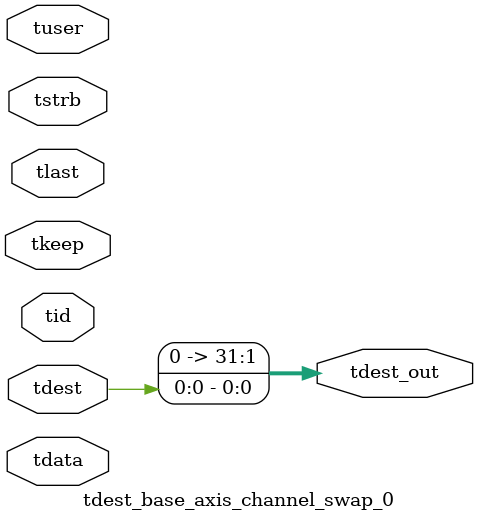
<source format=v>


`timescale 1ps/1ps

module tdest_base_axis_channel_swap_0 #
(
parameter C_S_AXIS_TDATA_WIDTH = 32,
parameter C_S_AXIS_TUSER_WIDTH = 0,
parameter C_S_AXIS_TID_WIDTH   = 0,
parameter C_S_AXIS_TDEST_WIDTH = 0,
parameter C_M_AXIS_TDEST_WIDTH = 32
)
(
input  [(C_S_AXIS_TDATA_WIDTH == 0 ? 1 : C_S_AXIS_TDATA_WIDTH)-1:0     ] tdata,
input  [(C_S_AXIS_TUSER_WIDTH == 0 ? 1 : C_S_AXIS_TUSER_WIDTH)-1:0     ] tuser,
input  [(C_S_AXIS_TID_WIDTH   == 0 ? 1 : C_S_AXIS_TID_WIDTH)-1:0       ] tid,
input  [(C_S_AXIS_TDEST_WIDTH == 0 ? 1 : C_S_AXIS_TDEST_WIDTH)-1:0     ] tdest,
input  [(C_S_AXIS_TDATA_WIDTH/8)-1:0 ] tkeep,
input  [(C_S_AXIS_TDATA_WIDTH/8)-1:0 ] tstrb,
input                                                                    tlast,
output [C_M_AXIS_TDEST_WIDTH-1:0] tdest_out
);

assign tdest_out = {tdest[0:0]};

endmodule


</source>
